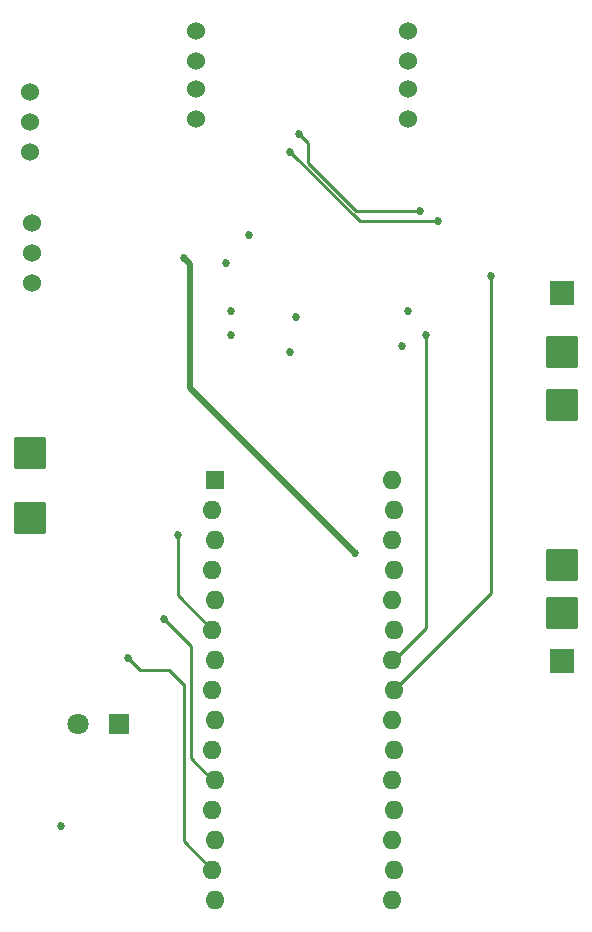
<source format=gbl>
%TF.GenerationSoftware,KiCad,Pcbnew,9.0.0*%
%TF.CreationDate,2025-04-21T16:07:22-04:00*%
%TF.ProjectId,brainfreeze,62726169-6e66-4726-9565-7a652e6b6963,rev?*%
%TF.SameCoordinates,Original*%
%TF.FileFunction,Copper,L4,Bot*%
%TF.FilePolarity,Positive*%
%FSLAX46Y46*%
G04 Gerber Fmt 4.6, Leading zero omitted, Abs format (unit mm)*
G04 Created by KiCad (PCBNEW 9.0.0) date 2025-04-21 16:07:22*
%MOMM*%
%LPD*%
G01*
G04 APERTURE LIST*
G04 Aperture macros list*
%AMRoundRect*
0 Rectangle with rounded corners*
0 $1 Rounding radius*
0 $2 $3 $4 $5 $6 $7 $8 $9 X,Y pos of 4 corners*
0 Add a 4 corners polygon primitive as box body*
4,1,4,$2,$3,$4,$5,$6,$7,$8,$9,$2,$3,0*
0 Add four circle primitives for the rounded corners*
1,1,$1+$1,$2,$3*
1,1,$1+$1,$4,$5*
1,1,$1+$1,$6,$7*
1,1,$1+$1,$8,$9*
0 Add four rect primitives between the rounded corners*
20,1,$1+$1,$2,$3,$4,$5,0*
20,1,$1+$1,$4,$5,$6,$7,0*
20,1,$1+$1,$6,$7,$8,$9,0*
20,1,$1+$1,$8,$9,$2,$3,0*%
G04 Aperture macros list end*
%TA.AperFunction,ComponentPad*%
%ADD10RoundRect,0.250000X-1.125000X-1.125000X1.125000X-1.125000X1.125000X1.125000X-1.125000X1.125000X0*%
%TD*%
%TA.AperFunction,ComponentPad*%
%ADD11R,1.600000X1.600000*%
%TD*%
%TA.AperFunction,ComponentPad*%
%ADD12O,1.600000X1.600000*%
%TD*%
%TA.AperFunction,ComponentPad*%
%ADD13RoundRect,0.250001X-0.799999X-0.799999X0.799999X-0.799999X0.799999X0.799999X-0.799999X0.799999X0*%
%TD*%
%TA.AperFunction,ComponentPad*%
%ADD14R,1.800000X1.800000*%
%TD*%
%TA.AperFunction,ComponentPad*%
%ADD15C,1.800000*%
%TD*%
%TA.AperFunction,ComponentPad*%
%ADD16C,1.524000*%
%TD*%
%TA.AperFunction,ViaPad*%
%ADD17C,0.685800*%
%TD*%
%TA.AperFunction,Conductor*%
%ADD18C,0.254000*%
%TD*%
%TA.AperFunction,Conductor*%
%ADD19C,0.508000*%
%TD*%
G04 APERTURE END LIST*
D10*
X222400000Y-106400000D03*
D11*
X193025000Y-112740000D03*
D12*
X192775000Y-115280000D03*
X193025000Y-117820000D03*
X192750000Y-120360000D03*
X193025000Y-122900000D03*
X192750000Y-125440000D03*
X193025000Y-127980000D03*
X192750000Y-130520000D03*
X193025000Y-133060000D03*
X192750000Y-135600000D03*
X193025000Y-138140000D03*
X192750000Y-140680000D03*
X193000000Y-143220000D03*
X192775000Y-145760000D03*
X193000000Y-148300000D03*
X208000000Y-148300000D03*
X208225000Y-145760000D03*
X208000000Y-143220000D03*
X208225000Y-140680000D03*
X208000000Y-138140000D03*
X208225000Y-135600000D03*
X208000000Y-133060000D03*
X208225000Y-130520000D03*
X208000000Y-127980000D03*
X208225000Y-125440000D03*
X208000000Y-122900000D03*
X208225000Y-120360000D03*
X208000000Y-117820000D03*
X208225000Y-115280000D03*
X208000000Y-112740000D03*
D10*
X177400000Y-110400000D03*
D13*
X222400000Y-96900000D03*
D10*
X177400000Y-115900000D03*
D14*
X184900000Y-133400000D03*
D15*
X181400000Y-133400000D03*
D13*
X222400000Y-128000000D03*
D16*
X177369900Y-79893400D03*
X177369900Y-82433400D03*
X177369900Y-84973400D03*
X191400000Y-74670000D03*
X191400000Y-74670000D03*
X191400000Y-77210000D03*
X191400000Y-77210000D03*
X191400000Y-79590000D03*
X191400000Y-79590000D03*
X191400000Y-82130000D03*
X191400000Y-82130000D03*
X209400000Y-74670000D03*
X209400000Y-74670000D03*
X209400000Y-77210000D03*
X209400000Y-77210000D03*
X209400000Y-79590000D03*
X209400000Y-79590000D03*
X209400000Y-82130000D03*
X209400000Y-82130000D03*
D10*
X222400000Y-119900000D03*
D16*
X177500000Y-90993400D03*
X177500000Y-93533400D03*
X177500000Y-96073400D03*
D10*
X222400000Y-101900000D03*
X222400000Y-124000000D03*
D17*
X208900000Y-101400000D03*
X195900000Y-92000000D03*
X194000000Y-94300000D03*
X209400000Y-98400000D03*
X210400000Y-89900000D03*
X210900000Y-100400000D03*
X200130000Y-83400000D03*
X189900000Y-117400000D03*
X188700000Y-124500000D03*
X199900000Y-98900000D03*
X199400000Y-101900000D03*
X180000000Y-142000000D03*
X216400000Y-95400000D03*
X211900000Y-90803100D03*
X199400000Y-84900000D03*
X190400000Y-93900000D03*
X204900000Y-118900000D03*
X185700000Y-127800000D03*
X194400000Y-100400000D03*
X194400000Y-98400000D03*
D18*
X204940230Y-89900000D02*
X200900000Y-85859770D01*
X200900000Y-85859770D02*
X200900000Y-84170000D01*
X210900000Y-125260000D02*
X208140000Y-128020000D01*
X210900000Y-100400000D02*
X210900000Y-125260000D01*
X200900000Y-84170000D02*
X200130000Y-83400000D01*
X210400000Y-89900000D02*
X204940230Y-89900000D01*
X189900000Y-117400000D02*
X189900000Y-122480000D01*
X189900000Y-122480000D02*
X192900000Y-125480000D01*
X191000000Y-136280000D02*
X192900000Y-138180000D01*
X188700000Y-124500000D02*
X191000000Y-126800000D01*
X191000000Y-126800000D02*
X191000000Y-136280000D01*
X205303100Y-90803100D02*
X211900000Y-90803100D01*
X216400000Y-122300000D02*
X208140000Y-130560000D01*
X216400000Y-95400000D02*
X216400000Y-122300000D01*
X199400000Y-84900000D02*
X205303100Y-90803100D01*
D19*
X190900000Y-104900000D02*
X204900000Y-118900000D01*
X190900000Y-94400000D02*
X190900000Y-104900000D01*
X190400000Y-93900000D02*
X190900000Y-94400000D01*
D18*
X186700000Y-128800000D02*
X189100000Y-128800000D01*
X190400000Y-130000000D02*
X190400000Y-143300000D01*
X190400000Y-143300000D02*
X192900000Y-145800000D01*
X185700000Y-127800000D02*
X186700000Y-128800000D01*
X189100000Y-128800000D02*
X190300000Y-130000000D01*
X190300000Y-130000000D02*
X190400000Y-130000000D01*
M02*

</source>
